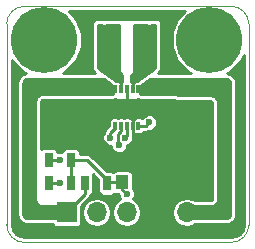
<source format=gbr>
G04 #@! TF.FileFunction,Copper,L1,Top,Signal*
%FSLAX46Y46*%
G04 Gerber Fmt 4.6, Leading zero omitted, Abs format (unit mm)*
G04 Created by KiCad (PCBNEW 4.0.5) date Sunday, 09. April 2017 'u32' 16:32:30*
%MOMM*%
%LPD*%
G01*
G04 APERTURE LIST*
%ADD10C,0.100000*%
%ADD11R,1.600000X1.000000*%
%ADD12R,1.000000X1.250000*%
%ADD13C,5.600000*%
%ADD14R,1.700000X1.700000*%
%ADD15O,1.700000X1.700000*%
%ADD16R,0.700000X1.300000*%
%ADD17R,0.300000X0.650000*%
%ADD18R,1.240000X0.775000*%
%ADD19R,1.500000X3.600000*%
%ADD20C,0.600000*%
%ADD21C,0.250000*%
%ADD22C,0.254000*%
G04 APERTURE END LIST*
D10*
X136500000Y-80500000D02*
G75*
G03X135000000Y-79000000I-1500000J0D01*
G01*
X135000000Y-99000000D02*
G75*
G03X136500000Y-97500000I0J1500000D01*
G01*
X116000000Y-97500000D02*
G75*
G03X117500000Y-99000000I1500000J0D01*
G01*
X117500000Y-79000000D02*
G75*
G03X116000000Y-80500000I0J-1500000D01*
G01*
X116000000Y-80500000D02*
X116000000Y-97500000D01*
X135000000Y-79000000D02*
X117500000Y-79000000D01*
X136500000Y-97500000D02*
X136500000Y-80500000D01*
X117500000Y-99000000D02*
X135000000Y-99000000D01*
D11*
X119810000Y-86070000D03*
X119810000Y-89070000D03*
D12*
X125795000Y-93920000D03*
X127795000Y-93920000D03*
D11*
X129970000Y-86070000D03*
X129970000Y-89070000D03*
X132510000Y-86070000D03*
X132510000Y-89070000D03*
X122350000Y-86070000D03*
X122350000Y-89070000D03*
D13*
X133145000Y-81855000D03*
X119175000Y-81855000D03*
D14*
X121080000Y-96460000D03*
D15*
X123620000Y-96460000D03*
X126160000Y-96460000D03*
X128700000Y-96460000D03*
X131240000Y-96460000D03*
D16*
X122600000Y-94000000D03*
X124500000Y-94000000D03*
X121450000Y-94000000D03*
X119550000Y-94000000D03*
X121450000Y-92000000D03*
X119550000Y-92000000D03*
D17*
X127160000Y-86020000D03*
X126660000Y-86020000D03*
X126160000Y-86020000D03*
X125660000Y-86020000D03*
X125160000Y-86020000D03*
X125160000Y-89120000D03*
X125660000Y-89120000D03*
X126160000Y-89120000D03*
X126660000Y-89120000D03*
X127160000Y-89120000D03*
D18*
X125540000Y-87957500D03*
X126780000Y-87957500D03*
X125540000Y-87182500D03*
X126780000Y-87182500D03*
D19*
X127685000Y-82490000D03*
X124635000Y-82490000D03*
D20*
X135685000Y-85030000D03*
X135685000Y-86935000D03*
X135685000Y-88840000D03*
X135685000Y-90745000D03*
X135685000Y-92650000D03*
X135685000Y-94555000D03*
X135685000Y-96460000D03*
X135500000Y-98000000D03*
X129970000Y-79950000D03*
X128065000Y-79950000D03*
X122350000Y-79950000D03*
X124255000Y-79950000D03*
X126160000Y-79950000D03*
X133780000Y-98365000D03*
X131875000Y-98365000D03*
X129970000Y-98365000D03*
X128065000Y-98365000D03*
X126160000Y-98365000D03*
X124255000Y-98365000D03*
X122350000Y-98365000D03*
X120445000Y-98365000D03*
X118540000Y-98365000D03*
X116635000Y-85030000D03*
X116635000Y-86935000D03*
X116635000Y-88840000D03*
X116635000Y-90745000D03*
X116635000Y-92650000D03*
X116635000Y-94555000D03*
X116635000Y-96460000D03*
X117000000Y-98000000D03*
X133145000Y-90110000D03*
X131875000Y-90110000D03*
X130605000Y-90110000D03*
X129335000Y-90110000D03*
X122985000Y-90110000D03*
X121715000Y-90110000D03*
X120445000Y-90110000D03*
X119175000Y-90110000D03*
X125540000Y-87957500D03*
X126780000Y-87957500D03*
X126780000Y-87182500D03*
X125540000Y-87182500D03*
X126160000Y-94936000D03*
X126034990Y-90120324D03*
X133780000Y-86070000D03*
X128065000Y-88840000D03*
X124784978Y-90124492D03*
X125525000Y-90745000D03*
X120500000Y-94000000D03*
X120500000Y-92000000D03*
D21*
X122600000Y-94000000D02*
X122600000Y-94900000D01*
X122600000Y-94900000D02*
X121080000Y-96420000D01*
X121080000Y-96420000D02*
X121080000Y-96460000D01*
X122350000Y-86070000D02*
X125110000Y-86070000D01*
X125110000Y-86070000D02*
X125160000Y-86020000D01*
X122350000Y-86070000D02*
X121300000Y-86070000D01*
X121300000Y-86070000D02*
X119810000Y-86070000D01*
X135685000Y-96460000D02*
X135685000Y-97815000D01*
X135685000Y-97815000D02*
X135500000Y-98000000D01*
X133780000Y-98365000D02*
X135135000Y-98365000D01*
X135135000Y-98365000D02*
X135500000Y-98000000D01*
X118540000Y-98365000D02*
X117365000Y-98365000D01*
X117365000Y-98365000D02*
X117000000Y-98000000D01*
X116635000Y-96460000D02*
X116635000Y-97635000D01*
X116635000Y-97635000D02*
X117000000Y-98000000D01*
X135685000Y-88840000D02*
X135685000Y-86935000D01*
X135685000Y-92650000D02*
X135685000Y-90745000D01*
X135685000Y-96460000D02*
X135685000Y-94555000D01*
X126160000Y-79950000D02*
X128065000Y-79950000D01*
X126160000Y-79950000D02*
X124255000Y-79950000D01*
X131875000Y-98365000D02*
X133780000Y-98365000D01*
X128065000Y-98365000D02*
X129970000Y-98365000D01*
X128065000Y-98365000D02*
X126160000Y-98365000D01*
X128700000Y-98365000D02*
X128065000Y-98365000D01*
X126160000Y-98365000D02*
X124255000Y-98365000D01*
X124255000Y-98365000D02*
X122350000Y-98365000D01*
X122350000Y-98365000D02*
X120445000Y-98365000D01*
X120445000Y-98365000D02*
X118540000Y-98365000D01*
X116635000Y-90745000D02*
X116635000Y-88840000D01*
X116635000Y-92650000D02*
X116635000Y-90745000D01*
X116635000Y-96460000D02*
X116635000Y-94555000D01*
X128700000Y-96460000D02*
X128700000Y-98365000D01*
X132510000Y-89475000D02*
X133145000Y-90110000D01*
X132510000Y-89070000D02*
X132510000Y-89475000D01*
X132510000Y-89475000D02*
X131875000Y-90110000D01*
X129970000Y-89475000D02*
X130605000Y-90110000D01*
X129970000Y-89070000D02*
X129970000Y-89475000D01*
X129970000Y-89475000D02*
X129335000Y-90110000D01*
X122350000Y-89475000D02*
X122985000Y-90110000D01*
X122350000Y-89070000D02*
X122350000Y-89475000D01*
X122350000Y-89475000D02*
X121715000Y-90110000D01*
X119810000Y-89475000D02*
X120445000Y-90110000D01*
X119810000Y-89070000D02*
X119810000Y-89475000D01*
X119810000Y-89475000D02*
X119175000Y-90110000D01*
X125540000Y-87957500D02*
X125540000Y-87182500D01*
X126780000Y-87957500D02*
X125540000Y-87957500D01*
X126780000Y-87182500D02*
X126780000Y-87957500D01*
X125540000Y-87182500D02*
X126780000Y-87182500D01*
X126660000Y-89120000D02*
X126660000Y-88077500D01*
X126660000Y-88077500D02*
X126780000Y-87957500D01*
X126160000Y-86020000D02*
X126160000Y-87337500D01*
X126160000Y-87337500D02*
X126780000Y-87957500D01*
X129970000Y-89070000D02*
X129970000Y-89820000D01*
X129970000Y-89820000D02*
X127775000Y-92015000D01*
X127775000Y-92015000D02*
X127430000Y-92015000D01*
X132510000Y-89070000D02*
X131460000Y-89070000D01*
X131460000Y-89070000D02*
X129970000Y-89070000D01*
X126660000Y-91245000D02*
X127430000Y-92015000D01*
X127430000Y-92015000D02*
X127795000Y-92380000D01*
X122350000Y-89070000D02*
X122350000Y-89820000D01*
X122350000Y-89820000D02*
X124545000Y-92015000D01*
X124545000Y-92015000D02*
X127430000Y-92015000D01*
X119810000Y-89070000D02*
X120860000Y-89070000D01*
X120860000Y-89070000D02*
X122350000Y-89070000D01*
X127795000Y-92380000D02*
X127795000Y-93920000D01*
X126660000Y-89120000D02*
X126660000Y-91245000D01*
X127795000Y-93920000D02*
X128545000Y-93920000D01*
X128545000Y-93920000D02*
X128700000Y-94075000D01*
X128700000Y-94075000D02*
X128700000Y-95257919D01*
X128700000Y-95257919D02*
X128700000Y-96460000D01*
X121450000Y-92000000D02*
X122800000Y-92000000D01*
X122800000Y-92000000D02*
X124500000Y-93700000D01*
X124500000Y-93700000D02*
X124500000Y-94000000D01*
X121450000Y-94000000D02*
X121450000Y-92000000D01*
X125795000Y-93920000D02*
X125795000Y-94571000D01*
X125795000Y-94571000D02*
X126160000Y-94936000D01*
X126160000Y-89120000D02*
X126160000Y-89995314D01*
X126160000Y-89995314D02*
X126034990Y-90120324D01*
X124570000Y-93920000D02*
X125795000Y-93920000D01*
X132510000Y-86070000D02*
X133780000Y-86070000D01*
X133780000Y-86070000D02*
X134185000Y-86070000D01*
X127160000Y-89120000D02*
X127785000Y-89120000D01*
X127785000Y-89120000D02*
X128065000Y-88840000D01*
X134415000Y-86300000D02*
X134415000Y-95190000D01*
X134185000Y-86070000D02*
X134415000Y-86300000D01*
X134415000Y-95190000D02*
X133145000Y-96460000D01*
X133145000Y-96460000D02*
X131240000Y-96460000D01*
X129970000Y-86070000D02*
X132510000Y-86070000D01*
X127160000Y-86020000D02*
X129920000Y-86020000D01*
X129920000Y-86020000D02*
X129970000Y-86070000D01*
X131875000Y-86300000D02*
X132105000Y-86070000D01*
X132105000Y-86070000D02*
X132510000Y-86070000D01*
X131240000Y-85665000D02*
X131875000Y-86300000D01*
X130605000Y-86300000D02*
X130375000Y-86070000D01*
X130375000Y-86070000D02*
X129970000Y-86070000D01*
X131240000Y-85665000D02*
X130605000Y-86300000D01*
X124760000Y-90099514D02*
X124784978Y-90124492D01*
X125160000Y-89295000D02*
X124760000Y-89695000D01*
X124760000Y-89695000D02*
X124760000Y-90099514D01*
X125160000Y-89120000D02*
X125160000Y-89295000D01*
X125160000Y-89120000D02*
X125160000Y-89205000D01*
X125660000Y-89570310D02*
X125409988Y-89820322D01*
X125409988Y-89820322D02*
X125409988Y-90629988D01*
X125660000Y-89120000D02*
X125660000Y-89570310D01*
X125409988Y-90629988D02*
X125525000Y-90745000D01*
X127345000Y-82490000D02*
X127345000Y-84590000D01*
X127345000Y-84590000D02*
X126660000Y-85275000D01*
X126660000Y-85275000D02*
X126660000Y-85445000D01*
X126660000Y-85445000D02*
X126660000Y-86020000D01*
X124975000Y-82490000D02*
X124975000Y-84590000D01*
X124975000Y-84590000D02*
X125660000Y-85275000D01*
X125660000Y-85275000D02*
X125660000Y-85445000D01*
X125660000Y-86020000D02*
X125660000Y-85445000D01*
X119550000Y-94000000D02*
X120500000Y-94000000D01*
X119550000Y-92000000D02*
X120500000Y-92000000D01*
D22*
G36*
X124118946Y-80630882D02*
X124389865Y-80631118D01*
X124501480Y-80585000D01*
X125525000Y-80585000D01*
X125525000Y-84522000D01*
X125535006Y-84571410D01*
X125562197Y-84611803D01*
X125779000Y-84828606D01*
X125779000Y-85390894D01*
X125739135Y-85416546D01*
X125659020Y-85533798D01*
X125588454Y-85424135D01*
X125461134Y-85337141D01*
X125310000Y-85306536D01*
X125292449Y-85306536D01*
X123747000Y-84202644D01*
X123747000Y-80585000D01*
X124008451Y-80585000D01*
X124118946Y-80630882D01*
X124118946Y-80630882D01*
G37*
X124118946Y-80630882D02*
X124389865Y-80631118D01*
X124501480Y-80585000D01*
X125525000Y-80585000D01*
X125525000Y-84522000D01*
X125535006Y-84571410D01*
X125562197Y-84611803D01*
X125779000Y-84828606D01*
X125779000Y-85390894D01*
X125739135Y-85416546D01*
X125659020Y-85533798D01*
X125588454Y-85424135D01*
X125461134Y-85337141D01*
X125310000Y-85306536D01*
X125292449Y-85306536D01*
X123747000Y-84202644D01*
X123747000Y-80585000D01*
X124008451Y-80585000D01*
X124118946Y-80630882D01*
G36*
X127928946Y-80630882D02*
X128199865Y-80631118D01*
X128311480Y-80585000D01*
X128573000Y-80585000D01*
X128573000Y-84202644D01*
X127027551Y-85306536D01*
X127010000Y-85306536D01*
X126868810Y-85333103D01*
X126739135Y-85416546D01*
X126659020Y-85533798D01*
X126588454Y-85424135D01*
X126541000Y-85391711D01*
X126541000Y-84828606D01*
X126757803Y-84611803D01*
X126785666Y-84569789D01*
X126795000Y-84522000D01*
X126795000Y-80585000D01*
X127818451Y-80585000D01*
X127928946Y-80630882D01*
X127928946Y-80630882D01*
G37*
X127928946Y-80630882D02*
X128199865Y-80631118D01*
X128311480Y-80585000D01*
X128573000Y-80585000D01*
X128573000Y-84202644D01*
X127027551Y-85306536D01*
X127010000Y-85306536D01*
X126868810Y-85333103D01*
X126739135Y-85416546D01*
X126659020Y-85533798D01*
X126588454Y-85424135D01*
X126541000Y-85391711D01*
X126541000Y-84828606D01*
X126757803Y-84611803D01*
X126785666Y-84569789D01*
X126795000Y-84522000D01*
X126795000Y-80585000D01*
X127818451Y-80585000D01*
X127928946Y-80630882D01*
G36*
X125017000Y-85734069D02*
X125017000Y-86400841D01*
X124988370Y-86406536D01*
X124920000Y-86406536D01*
X124811244Y-86427000D01*
X119040000Y-86427000D01*
X119015224Y-86429440D01*
X118823882Y-86467500D01*
X118778100Y-86486464D01*
X118615889Y-86594851D01*
X118580851Y-86629889D01*
X118472464Y-86792100D01*
X118453500Y-86837882D01*
X118415440Y-87029224D01*
X118413000Y-87054000D01*
X118413000Y-95325000D01*
X118415440Y-95349776D01*
X118453500Y-95541118D01*
X118472464Y-95586900D01*
X118580851Y-95749111D01*
X118615889Y-95784149D01*
X118778100Y-95892536D01*
X118823882Y-95911500D01*
X119015224Y-95949560D01*
X119040000Y-95952000D01*
X121202491Y-95952000D01*
X121356790Y-95982692D01*
X121476991Y-96063009D01*
X121557308Y-96183210D01*
X121588000Y-96337509D01*
X121588000Y-96582491D01*
X121557308Y-96736790D01*
X121476991Y-96856991D01*
X121356790Y-96937308D01*
X121202491Y-96968000D01*
X117782509Y-96968000D01*
X117628210Y-96937308D01*
X117508009Y-96856991D01*
X117427692Y-96736790D01*
X117397000Y-96582491D01*
X117397000Y-85542509D01*
X117427692Y-85388210D01*
X117508009Y-85268009D01*
X117628210Y-85187692D01*
X117782509Y-85157000D01*
X124209103Y-85157000D01*
X125017000Y-85734069D01*
X125017000Y-85734069D01*
G37*
X125017000Y-85734069D02*
X125017000Y-86400841D01*
X124988370Y-86406536D01*
X124920000Y-86406536D01*
X124811244Y-86427000D01*
X119040000Y-86427000D01*
X119015224Y-86429440D01*
X118823882Y-86467500D01*
X118778100Y-86486464D01*
X118615889Y-86594851D01*
X118580851Y-86629889D01*
X118472464Y-86792100D01*
X118453500Y-86837882D01*
X118415440Y-87029224D01*
X118413000Y-87054000D01*
X118413000Y-95325000D01*
X118415440Y-95349776D01*
X118453500Y-95541118D01*
X118472464Y-95586900D01*
X118580851Y-95749111D01*
X118615889Y-95784149D01*
X118778100Y-95892536D01*
X118823882Y-95911500D01*
X119015224Y-95949560D01*
X119040000Y-95952000D01*
X121202491Y-95952000D01*
X121356790Y-95982692D01*
X121476991Y-96063009D01*
X121557308Y-96183210D01*
X121588000Y-96337509D01*
X121588000Y-96582491D01*
X121557308Y-96736790D01*
X121476991Y-96856991D01*
X121356790Y-96937308D01*
X121202491Y-96968000D01*
X117782509Y-96968000D01*
X117628210Y-96937308D01*
X117508009Y-96856991D01*
X117427692Y-96736790D01*
X117397000Y-96582491D01*
X117397000Y-85542509D01*
X117427692Y-85388210D01*
X117508009Y-85268009D01*
X117628210Y-85187692D01*
X117782509Y-85157000D01*
X124209103Y-85157000D01*
X125017000Y-85734069D01*
G36*
X134691790Y-85187692D02*
X134811991Y-85268009D01*
X134892308Y-85388210D01*
X134923000Y-85542509D01*
X134923000Y-96582491D01*
X134892308Y-96736790D01*
X134811991Y-96856991D01*
X134691790Y-96937308D01*
X134537491Y-96968000D01*
X131117509Y-96968000D01*
X130963210Y-96937308D01*
X130843009Y-96856991D01*
X130762692Y-96736790D01*
X130732000Y-96582491D01*
X130732000Y-96337509D01*
X130762692Y-96183210D01*
X130843009Y-96063009D01*
X130963210Y-95982692D01*
X131117509Y-95952000D01*
X133280000Y-95952000D01*
X133304776Y-95949560D01*
X133496118Y-95911500D01*
X133541900Y-95892536D01*
X133704111Y-95784149D01*
X133739149Y-95749111D01*
X133847536Y-95586900D01*
X133866500Y-95541118D01*
X133904560Y-95349776D01*
X133907000Y-95325000D01*
X133907000Y-87171826D01*
X133904617Y-87147338D01*
X133867438Y-86958137D01*
X133848905Y-86912802D01*
X133742895Y-86751738D01*
X133708586Y-86716788D01*
X133549513Y-86607815D01*
X133504529Y-86588446D01*
X133316049Y-86547770D01*
X133291609Y-86544934D01*
X127553373Y-86438671D01*
X127551134Y-86437141D01*
X127400000Y-86406536D01*
X127303000Y-86406536D01*
X127303000Y-85734069D01*
X128110897Y-85157000D01*
X134537491Y-85157000D01*
X134691790Y-85187692D01*
X134691790Y-85187692D01*
G37*
X134691790Y-85187692D02*
X134811991Y-85268009D01*
X134892308Y-85388210D01*
X134923000Y-85542509D01*
X134923000Y-96582491D01*
X134892308Y-96736790D01*
X134811991Y-96856991D01*
X134691790Y-96937308D01*
X134537491Y-96968000D01*
X131117509Y-96968000D01*
X130963210Y-96937308D01*
X130843009Y-96856991D01*
X130762692Y-96736790D01*
X130732000Y-96582491D01*
X130732000Y-96337509D01*
X130762692Y-96183210D01*
X130843009Y-96063009D01*
X130963210Y-95982692D01*
X131117509Y-95952000D01*
X133280000Y-95952000D01*
X133304776Y-95949560D01*
X133496118Y-95911500D01*
X133541900Y-95892536D01*
X133704111Y-95784149D01*
X133739149Y-95749111D01*
X133847536Y-95586900D01*
X133866500Y-95541118D01*
X133904560Y-95349776D01*
X133907000Y-95325000D01*
X133907000Y-87171826D01*
X133904617Y-87147338D01*
X133867438Y-86958137D01*
X133848905Y-86912802D01*
X133742895Y-86751738D01*
X133708586Y-86716788D01*
X133549513Y-86607815D01*
X133504529Y-86588446D01*
X133316049Y-86547770D01*
X133291609Y-86544934D01*
X127553373Y-86438671D01*
X127551134Y-86437141D01*
X127400000Y-86406536D01*
X127303000Y-86406536D01*
X127303000Y-85734069D01*
X128110897Y-85157000D01*
X134537491Y-85157000D01*
X134691790Y-85187692D01*
G36*
X136069000Y-97457552D02*
X135979826Y-97905857D01*
X135749927Y-98249925D01*
X135405856Y-98479827D01*
X134957552Y-98569000D01*
X117542448Y-98569000D01*
X117094143Y-98479826D01*
X116750075Y-98249927D01*
X116520173Y-97905856D01*
X116431000Y-97457552D01*
X116431000Y-83543917D01*
X116476707Y-83654537D01*
X117370756Y-84550148D01*
X117648869Y-84665630D01*
X117504329Y-84694381D01*
X117366984Y-84751271D01*
X117204773Y-84859658D01*
X117099658Y-84964773D01*
X116991271Y-85126984D01*
X116934381Y-85264329D01*
X116896321Y-85455671D01*
X116889000Y-85530000D01*
X116889000Y-96595000D01*
X116896321Y-96669329D01*
X116934381Y-96860671D01*
X116991271Y-96998016D01*
X117099658Y-97160227D01*
X117204773Y-97265342D01*
X117366984Y-97373729D01*
X117504329Y-97430619D01*
X117695671Y-97468679D01*
X117770000Y-97476000D01*
X119884068Y-97476000D01*
X119951546Y-97580865D01*
X120078866Y-97667859D01*
X120230000Y-97698464D01*
X121930000Y-97698464D01*
X122071190Y-97671897D01*
X122200865Y-97588454D01*
X122287859Y-97461134D01*
X122318464Y-97310000D01*
X122318464Y-96435883D01*
X122389000Y-96435883D01*
X122389000Y-96484117D01*
X122482704Y-96955200D01*
X122749552Y-97354565D01*
X123148917Y-97621413D01*
X123620000Y-97715117D01*
X124091083Y-97621413D01*
X124490448Y-97354565D01*
X124757296Y-96955200D01*
X124851000Y-96484117D01*
X124851000Y-96435883D01*
X124757296Y-95964800D01*
X124490448Y-95565435D01*
X124091083Y-95298587D01*
X123620000Y-95204883D01*
X123148917Y-95298587D01*
X122749552Y-95565435D01*
X122482704Y-95964800D01*
X122389000Y-96435883D01*
X122318464Y-96435883D01*
X122318464Y-95897128D01*
X122957796Y-95257796D01*
X123003096Y-95190000D01*
X123067483Y-95093638D01*
X123083453Y-95013353D01*
X123091190Y-95011897D01*
X123220865Y-94928454D01*
X123307859Y-94801134D01*
X123338464Y-94650000D01*
X123338464Y-93350000D01*
X123316226Y-93231818D01*
X123761536Y-93677128D01*
X123761536Y-94650000D01*
X123788103Y-94791190D01*
X123871546Y-94920865D01*
X123998866Y-95007859D01*
X124150000Y-95038464D01*
X124850000Y-95038464D01*
X124991190Y-95011897D01*
X125120865Y-94928454D01*
X125140108Y-94900291D01*
X125143866Y-94902859D01*
X125295000Y-94933464D01*
X125441872Y-94933464D01*
X125478969Y-94970561D01*
X125478882Y-95070865D01*
X125582339Y-95321252D01*
X125611411Y-95350375D01*
X125289552Y-95565435D01*
X125022704Y-95964800D01*
X124929000Y-96435883D01*
X124929000Y-96484117D01*
X125022704Y-96955200D01*
X125289552Y-97354565D01*
X125688917Y-97621413D01*
X126160000Y-97715117D01*
X126631083Y-97621413D01*
X127030448Y-97354565D01*
X127297296Y-96955200D01*
X127391000Y-96484117D01*
X127391000Y-96435883D01*
X127297296Y-95964800D01*
X127030448Y-95565435D01*
X126708729Y-95350468D01*
X126736987Y-95322259D01*
X126840882Y-95072054D01*
X126841118Y-94801135D01*
X126737661Y-94550748D01*
X126683464Y-94496457D01*
X126683464Y-93295000D01*
X126656897Y-93153810D01*
X126573454Y-93024135D01*
X126446134Y-92937141D01*
X126295000Y-92906536D01*
X125295000Y-92906536D01*
X125153810Y-92933103D01*
X125030684Y-93012332D01*
X125001134Y-92992141D01*
X124850000Y-92961536D01*
X124477128Y-92961536D01*
X123157796Y-91642204D01*
X122993638Y-91532517D01*
X122800000Y-91494000D01*
X122188464Y-91494000D01*
X122188464Y-91350000D01*
X122161897Y-91208810D01*
X122078454Y-91079135D01*
X121951134Y-90992141D01*
X121800000Y-90961536D01*
X121100000Y-90961536D01*
X120958810Y-90988103D01*
X120829135Y-91071546D01*
X120742141Y-91198866D01*
X120711536Y-91350000D01*
X120711536Y-91350461D01*
X120636054Y-91319118D01*
X120365135Y-91318882D01*
X120288464Y-91350562D01*
X120288464Y-91350000D01*
X120261897Y-91208810D01*
X120178454Y-91079135D01*
X120051134Y-90992141D01*
X119900000Y-90961536D01*
X119200000Y-90961536D01*
X119058810Y-90988103D01*
X118929135Y-91071546D01*
X118921000Y-91083452D01*
X118921000Y-90259357D01*
X124103860Y-90259357D01*
X124207317Y-90509744D01*
X124398719Y-90701479D01*
X124648924Y-90805374D01*
X124843947Y-90805544D01*
X124843882Y-90879865D01*
X124947339Y-91130252D01*
X125138741Y-91321987D01*
X125388946Y-91425882D01*
X125659865Y-91426118D01*
X125910252Y-91322661D01*
X126101987Y-91131259D01*
X126205882Y-90881054D01*
X126205964Y-90786522D01*
X126420242Y-90697985D01*
X126611977Y-90506583D01*
X126715872Y-90256378D01*
X126716108Y-89985459D01*
X126666000Y-89864187D01*
X126666000Y-89614003D01*
X126731546Y-89715865D01*
X126858866Y-89802859D01*
X127010000Y-89833464D01*
X127310000Y-89833464D01*
X127451190Y-89806897D01*
X127580865Y-89723454D01*
X127647452Y-89626000D01*
X127785000Y-89626000D01*
X127978638Y-89587483D01*
X128078119Y-89521012D01*
X128199865Y-89521118D01*
X128450252Y-89417661D01*
X128641987Y-89226259D01*
X128745882Y-88976054D01*
X128746118Y-88705135D01*
X128642661Y-88454748D01*
X128451259Y-88263013D01*
X128201054Y-88159118D01*
X127930135Y-88158882D01*
X127679748Y-88262339D01*
X127488013Y-88453741D01*
X127487442Y-88455116D01*
X127461134Y-88437141D01*
X127310000Y-88406536D01*
X127010000Y-88406536D01*
X126868810Y-88433103D01*
X126739135Y-88516546D01*
X126659020Y-88633798D01*
X126588454Y-88524135D01*
X126461134Y-88437141D01*
X126310000Y-88406536D01*
X126010000Y-88406536D01*
X125906330Y-88426043D01*
X125810000Y-88406536D01*
X125510000Y-88406536D01*
X125406330Y-88426043D01*
X125310000Y-88406536D01*
X125010000Y-88406536D01*
X124868810Y-88433103D01*
X124739135Y-88516546D01*
X124652141Y-88643866D01*
X124621536Y-88795000D01*
X124621536Y-89117872D01*
X124402204Y-89337204D01*
X124292517Y-89501362D01*
X124254669Y-89691636D01*
X124207991Y-89738233D01*
X124104096Y-89988438D01*
X124103860Y-90259357D01*
X118921000Y-90259357D01*
X118921000Y-87091524D01*
X118936954Y-87011319D01*
X118961133Y-86975133D01*
X118991643Y-86954747D01*
X119010000Y-86958464D01*
X120610000Y-86958464D01*
X120734699Y-86935000D01*
X121434130Y-86935000D01*
X121550000Y-86958464D01*
X123150000Y-86958464D01*
X123274699Y-86935000D01*
X124898000Y-86935000D01*
X124972329Y-86927679D01*
X125163671Y-86889619D01*
X125203275Y-86873214D01*
X125249770Y-86904983D01*
X125398000Y-86935000D01*
X125906000Y-86935000D01*
X126044477Y-86908944D01*
X126161427Y-86833689D01*
X126265770Y-86904983D01*
X126414000Y-86935000D01*
X126922000Y-86935000D01*
X127060477Y-86908944D01*
X127107049Y-86878976D01*
X127143888Y-86894838D01*
X127332368Y-86935514D01*
X127405688Y-86944023D01*
X133245131Y-87052160D01*
X133324181Y-87069220D01*
X133359722Y-87093568D01*
X133383407Y-87129553D01*
X133399000Y-87208904D01*
X133399000Y-95287476D01*
X133383046Y-95367681D01*
X133358867Y-95403867D01*
X133322681Y-95428046D01*
X133242476Y-95444000D01*
X131928708Y-95444000D01*
X131711083Y-95298587D01*
X131240000Y-95204883D01*
X130768917Y-95298587D01*
X130369552Y-95565435D01*
X130102704Y-95964800D01*
X130009000Y-96435883D01*
X130009000Y-96484117D01*
X130102704Y-96955200D01*
X130369552Y-97354565D01*
X130768917Y-97621413D01*
X131240000Y-97715117D01*
X131711083Y-97621413D01*
X131928708Y-97476000D01*
X134550000Y-97476000D01*
X134624329Y-97468679D01*
X134815671Y-97430619D01*
X134953016Y-97373729D01*
X135115227Y-97265342D01*
X135220342Y-97160227D01*
X135328729Y-96998016D01*
X135385619Y-96860671D01*
X135423679Y-96669329D01*
X135431000Y-96595000D01*
X135431000Y-85530000D01*
X135423679Y-85455671D01*
X135385619Y-85264329D01*
X135328729Y-85126984D01*
X135220342Y-84964773D01*
X135115227Y-84859658D01*
X134953016Y-84751271D01*
X134815671Y-84694381D01*
X134672163Y-84665836D01*
X134944537Y-84553293D01*
X135840148Y-83659244D01*
X136069000Y-83108107D01*
X136069000Y-97457552D01*
X136069000Y-97457552D01*
G37*
X136069000Y-97457552D02*
X135979826Y-97905857D01*
X135749927Y-98249925D01*
X135405856Y-98479827D01*
X134957552Y-98569000D01*
X117542448Y-98569000D01*
X117094143Y-98479826D01*
X116750075Y-98249927D01*
X116520173Y-97905856D01*
X116431000Y-97457552D01*
X116431000Y-83543917D01*
X116476707Y-83654537D01*
X117370756Y-84550148D01*
X117648869Y-84665630D01*
X117504329Y-84694381D01*
X117366984Y-84751271D01*
X117204773Y-84859658D01*
X117099658Y-84964773D01*
X116991271Y-85126984D01*
X116934381Y-85264329D01*
X116896321Y-85455671D01*
X116889000Y-85530000D01*
X116889000Y-96595000D01*
X116896321Y-96669329D01*
X116934381Y-96860671D01*
X116991271Y-96998016D01*
X117099658Y-97160227D01*
X117204773Y-97265342D01*
X117366984Y-97373729D01*
X117504329Y-97430619D01*
X117695671Y-97468679D01*
X117770000Y-97476000D01*
X119884068Y-97476000D01*
X119951546Y-97580865D01*
X120078866Y-97667859D01*
X120230000Y-97698464D01*
X121930000Y-97698464D01*
X122071190Y-97671897D01*
X122200865Y-97588454D01*
X122287859Y-97461134D01*
X122318464Y-97310000D01*
X122318464Y-96435883D01*
X122389000Y-96435883D01*
X122389000Y-96484117D01*
X122482704Y-96955200D01*
X122749552Y-97354565D01*
X123148917Y-97621413D01*
X123620000Y-97715117D01*
X124091083Y-97621413D01*
X124490448Y-97354565D01*
X124757296Y-96955200D01*
X124851000Y-96484117D01*
X124851000Y-96435883D01*
X124757296Y-95964800D01*
X124490448Y-95565435D01*
X124091083Y-95298587D01*
X123620000Y-95204883D01*
X123148917Y-95298587D01*
X122749552Y-95565435D01*
X122482704Y-95964800D01*
X122389000Y-96435883D01*
X122318464Y-96435883D01*
X122318464Y-95897128D01*
X122957796Y-95257796D01*
X123003096Y-95190000D01*
X123067483Y-95093638D01*
X123083453Y-95013353D01*
X123091190Y-95011897D01*
X123220865Y-94928454D01*
X123307859Y-94801134D01*
X123338464Y-94650000D01*
X123338464Y-93350000D01*
X123316226Y-93231818D01*
X123761536Y-93677128D01*
X123761536Y-94650000D01*
X123788103Y-94791190D01*
X123871546Y-94920865D01*
X123998866Y-95007859D01*
X124150000Y-95038464D01*
X124850000Y-95038464D01*
X124991190Y-95011897D01*
X125120865Y-94928454D01*
X125140108Y-94900291D01*
X125143866Y-94902859D01*
X125295000Y-94933464D01*
X125441872Y-94933464D01*
X125478969Y-94970561D01*
X125478882Y-95070865D01*
X125582339Y-95321252D01*
X125611411Y-95350375D01*
X125289552Y-95565435D01*
X125022704Y-95964800D01*
X124929000Y-96435883D01*
X124929000Y-96484117D01*
X125022704Y-96955200D01*
X125289552Y-97354565D01*
X125688917Y-97621413D01*
X126160000Y-97715117D01*
X126631083Y-97621413D01*
X127030448Y-97354565D01*
X127297296Y-96955200D01*
X127391000Y-96484117D01*
X127391000Y-96435883D01*
X127297296Y-95964800D01*
X127030448Y-95565435D01*
X126708729Y-95350468D01*
X126736987Y-95322259D01*
X126840882Y-95072054D01*
X126841118Y-94801135D01*
X126737661Y-94550748D01*
X126683464Y-94496457D01*
X126683464Y-93295000D01*
X126656897Y-93153810D01*
X126573454Y-93024135D01*
X126446134Y-92937141D01*
X126295000Y-92906536D01*
X125295000Y-92906536D01*
X125153810Y-92933103D01*
X125030684Y-93012332D01*
X125001134Y-92992141D01*
X124850000Y-92961536D01*
X124477128Y-92961536D01*
X123157796Y-91642204D01*
X122993638Y-91532517D01*
X122800000Y-91494000D01*
X122188464Y-91494000D01*
X122188464Y-91350000D01*
X122161897Y-91208810D01*
X122078454Y-91079135D01*
X121951134Y-90992141D01*
X121800000Y-90961536D01*
X121100000Y-90961536D01*
X120958810Y-90988103D01*
X120829135Y-91071546D01*
X120742141Y-91198866D01*
X120711536Y-91350000D01*
X120711536Y-91350461D01*
X120636054Y-91319118D01*
X120365135Y-91318882D01*
X120288464Y-91350562D01*
X120288464Y-91350000D01*
X120261897Y-91208810D01*
X120178454Y-91079135D01*
X120051134Y-90992141D01*
X119900000Y-90961536D01*
X119200000Y-90961536D01*
X119058810Y-90988103D01*
X118929135Y-91071546D01*
X118921000Y-91083452D01*
X118921000Y-90259357D01*
X124103860Y-90259357D01*
X124207317Y-90509744D01*
X124398719Y-90701479D01*
X124648924Y-90805374D01*
X124843947Y-90805544D01*
X124843882Y-90879865D01*
X124947339Y-91130252D01*
X125138741Y-91321987D01*
X125388946Y-91425882D01*
X125659865Y-91426118D01*
X125910252Y-91322661D01*
X126101987Y-91131259D01*
X126205882Y-90881054D01*
X126205964Y-90786522D01*
X126420242Y-90697985D01*
X126611977Y-90506583D01*
X126715872Y-90256378D01*
X126716108Y-89985459D01*
X126666000Y-89864187D01*
X126666000Y-89614003D01*
X126731546Y-89715865D01*
X126858866Y-89802859D01*
X127010000Y-89833464D01*
X127310000Y-89833464D01*
X127451190Y-89806897D01*
X127580865Y-89723454D01*
X127647452Y-89626000D01*
X127785000Y-89626000D01*
X127978638Y-89587483D01*
X128078119Y-89521012D01*
X128199865Y-89521118D01*
X128450252Y-89417661D01*
X128641987Y-89226259D01*
X128745882Y-88976054D01*
X128746118Y-88705135D01*
X128642661Y-88454748D01*
X128451259Y-88263013D01*
X128201054Y-88159118D01*
X127930135Y-88158882D01*
X127679748Y-88262339D01*
X127488013Y-88453741D01*
X127487442Y-88455116D01*
X127461134Y-88437141D01*
X127310000Y-88406536D01*
X127010000Y-88406536D01*
X126868810Y-88433103D01*
X126739135Y-88516546D01*
X126659020Y-88633798D01*
X126588454Y-88524135D01*
X126461134Y-88437141D01*
X126310000Y-88406536D01*
X126010000Y-88406536D01*
X125906330Y-88426043D01*
X125810000Y-88406536D01*
X125510000Y-88406536D01*
X125406330Y-88426043D01*
X125310000Y-88406536D01*
X125010000Y-88406536D01*
X124868810Y-88433103D01*
X124739135Y-88516546D01*
X124652141Y-88643866D01*
X124621536Y-88795000D01*
X124621536Y-89117872D01*
X124402204Y-89337204D01*
X124292517Y-89501362D01*
X124254669Y-89691636D01*
X124207991Y-89738233D01*
X124104096Y-89988438D01*
X124103860Y-90259357D01*
X118921000Y-90259357D01*
X118921000Y-87091524D01*
X118936954Y-87011319D01*
X118961133Y-86975133D01*
X118991643Y-86954747D01*
X119010000Y-86958464D01*
X120610000Y-86958464D01*
X120734699Y-86935000D01*
X121434130Y-86935000D01*
X121550000Y-86958464D01*
X123150000Y-86958464D01*
X123274699Y-86935000D01*
X124898000Y-86935000D01*
X124972329Y-86927679D01*
X125163671Y-86889619D01*
X125203275Y-86873214D01*
X125249770Y-86904983D01*
X125398000Y-86935000D01*
X125906000Y-86935000D01*
X126044477Y-86908944D01*
X126161427Y-86833689D01*
X126265770Y-86904983D01*
X126414000Y-86935000D01*
X126922000Y-86935000D01*
X127060477Y-86908944D01*
X127107049Y-86878976D01*
X127143888Y-86894838D01*
X127332368Y-86935514D01*
X127405688Y-86944023D01*
X133245131Y-87052160D01*
X133324181Y-87069220D01*
X133359722Y-87093568D01*
X133383407Y-87129553D01*
X133399000Y-87208904D01*
X133399000Y-95287476D01*
X133383046Y-95367681D01*
X133358867Y-95403867D01*
X133322681Y-95428046D01*
X133242476Y-95444000D01*
X131928708Y-95444000D01*
X131711083Y-95298587D01*
X131240000Y-95204883D01*
X130768917Y-95298587D01*
X130369552Y-95565435D01*
X130102704Y-95964800D01*
X130009000Y-96435883D01*
X130009000Y-96484117D01*
X130102704Y-96955200D01*
X130369552Y-97354565D01*
X130768917Y-97621413D01*
X131240000Y-97715117D01*
X131711083Y-97621413D01*
X131928708Y-97476000D01*
X134550000Y-97476000D01*
X134624329Y-97468679D01*
X134815671Y-97430619D01*
X134953016Y-97373729D01*
X135115227Y-97265342D01*
X135220342Y-97160227D01*
X135328729Y-96998016D01*
X135385619Y-96860671D01*
X135423679Y-96669329D01*
X135431000Y-96595000D01*
X135431000Y-85530000D01*
X135423679Y-85455671D01*
X135385619Y-85264329D01*
X135328729Y-85126984D01*
X135220342Y-84964773D01*
X135115227Y-84859658D01*
X134953016Y-84751271D01*
X134815671Y-84694381D01*
X134672163Y-84665836D01*
X134944537Y-84553293D01*
X135840148Y-83659244D01*
X136069000Y-83108107D01*
X136069000Y-97457552D01*
G36*
X130449852Y-80050756D02*
X129964554Y-81219484D01*
X129963450Y-82484964D01*
X130446707Y-83654537D01*
X131340756Y-84550148D01*
X131578818Y-84649000D01*
X128822097Y-84649000D01*
X128921452Y-84578032D01*
X129050983Y-84416230D01*
X129081000Y-84268000D01*
X129081000Y-80458000D01*
X129054944Y-80319523D01*
X128973104Y-80192340D01*
X128848230Y-80107017D01*
X128700000Y-80077000D01*
X123620000Y-80077000D01*
X123481523Y-80103056D01*
X123354340Y-80184896D01*
X123269017Y-80309770D01*
X123239000Y-80458000D01*
X123239000Y-84268000D01*
X123295376Y-84467449D01*
X123398548Y-84578032D01*
X123497903Y-84649000D01*
X120742908Y-84649000D01*
X120974537Y-84553293D01*
X121870148Y-83659244D01*
X122355446Y-82490516D01*
X122356550Y-81225036D01*
X121873293Y-80055463D01*
X121249919Y-79431000D01*
X131070691Y-79431000D01*
X130449852Y-80050756D01*
X130449852Y-80050756D01*
G37*
X130449852Y-80050756D02*
X129964554Y-81219484D01*
X129963450Y-82484964D01*
X130446707Y-83654537D01*
X131340756Y-84550148D01*
X131578818Y-84649000D01*
X128822097Y-84649000D01*
X128921452Y-84578032D01*
X129050983Y-84416230D01*
X129081000Y-84268000D01*
X129081000Y-80458000D01*
X129054944Y-80319523D01*
X128973104Y-80192340D01*
X128848230Y-80107017D01*
X128700000Y-80077000D01*
X123620000Y-80077000D01*
X123481523Y-80103056D01*
X123354340Y-80184896D01*
X123269017Y-80309770D01*
X123239000Y-80458000D01*
X123239000Y-84268000D01*
X123295376Y-84467449D01*
X123398548Y-84578032D01*
X123497903Y-84649000D01*
X120742908Y-84649000D01*
X120974537Y-84553293D01*
X121870148Y-83659244D01*
X122355446Y-82490516D01*
X122356550Y-81225036D01*
X121873293Y-80055463D01*
X121249919Y-79431000D01*
X131070691Y-79431000D01*
X130449852Y-80050756D01*
M02*

</source>
